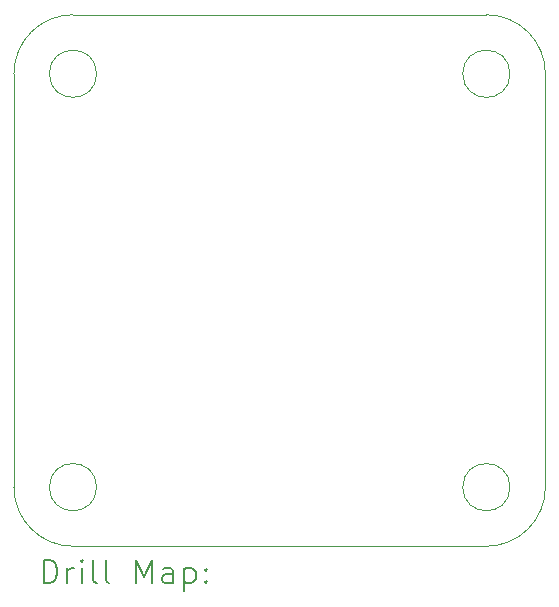
<source format=gbr>
%TF.GenerationSoftware,KiCad,Pcbnew,(6.0.10-0)*%
%TF.CreationDate,2023-01-28T23:12:18+01:00*%
%TF.ProjectId,hitpoint-proto-v1,68697470-6f69-46e7-942d-70726f746f2d,Proto V1*%
%TF.SameCoordinates,Original*%
%TF.FileFunction,Drillmap*%
%TF.FilePolarity,Positive*%
%FSLAX45Y45*%
G04 Gerber Fmt 4.5, Leading zero omitted, Abs format (unit mm)*
G04 Created by KiCad (PCBNEW (6.0.10-0)) date 2023-01-28 23:12:18*
%MOMM*%
%LPD*%
G01*
G04 APERTURE LIST*
%ADD10C,0.100000*%
%ADD11C,0.200000*%
G04 APERTURE END LIST*
D10*
X15700000Y-10500000D02*
G75*
G03*
X15700000Y-10500000I-200000J0D01*
G01*
X15700000Y-7000000D02*
G75*
G03*
X15700000Y-7000000I-200000J0D01*
G01*
X15500000Y-11000000D02*
X12000000Y-11000000D01*
X12200000Y-10500000D02*
G75*
G03*
X12200000Y-10500000I-200000J0D01*
G01*
X12200000Y-7000000D02*
G75*
G03*
X12200000Y-7000000I-200000J0D01*
G01*
X16000000Y-7000000D02*
X16000000Y-10500000D01*
X12000000Y-6500000D02*
X15500000Y-6500000D01*
X16000000Y-7000000D02*
G75*
G03*
X15500000Y-6500000I-500000J0D01*
G01*
X12000000Y-6500000D02*
G75*
G03*
X11500000Y-7000000I0J-500000D01*
G01*
X11500000Y-7000000D02*
X11500000Y-10500000D01*
X15500000Y-11000000D02*
G75*
G03*
X16000000Y-10500000I0J500000D01*
G01*
X11500000Y-10500000D02*
G75*
G03*
X12000000Y-11000000I500000J0D01*
G01*
D11*
X11752619Y-11315476D02*
X11752619Y-11115476D01*
X11800238Y-11115476D01*
X11828809Y-11125000D01*
X11847857Y-11144048D01*
X11857381Y-11163095D01*
X11866905Y-11201190D01*
X11866905Y-11229762D01*
X11857381Y-11267857D01*
X11847857Y-11286905D01*
X11828809Y-11305952D01*
X11800238Y-11315476D01*
X11752619Y-11315476D01*
X11952619Y-11315476D02*
X11952619Y-11182143D01*
X11952619Y-11220238D02*
X11962143Y-11201190D01*
X11971667Y-11191667D01*
X11990714Y-11182143D01*
X12009762Y-11182143D01*
X12076428Y-11315476D02*
X12076428Y-11182143D01*
X12076428Y-11115476D02*
X12066905Y-11125000D01*
X12076428Y-11134524D01*
X12085952Y-11125000D01*
X12076428Y-11115476D01*
X12076428Y-11134524D01*
X12200238Y-11315476D02*
X12181190Y-11305952D01*
X12171667Y-11286905D01*
X12171667Y-11115476D01*
X12305000Y-11315476D02*
X12285952Y-11305952D01*
X12276428Y-11286905D01*
X12276428Y-11115476D01*
X12533571Y-11315476D02*
X12533571Y-11115476D01*
X12600238Y-11258333D01*
X12666905Y-11115476D01*
X12666905Y-11315476D01*
X12847857Y-11315476D02*
X12847857Y-11210714D01*
X12838333Y-11191667D01*
X12819286Y-11182143D01*
X12781190Y-11182143D01*
X12762143Y-11191667D01*
X12847857Y-11305952D02*
X12828809Y-11315476D01*
X12781190Y-11315476D01*
X12762143Y-11305952D01*
X12752619Y-11286905D01*
X12752619Y-11267857D01*
X12762143Y-11248809D01*
X12781190Y-11239286D01*
X12828809Y-11239286D01*
X12847857Y-11229762D01*
X12943095Y-11182143D02*
X12943095Y-11382143D01*
X12943095Y-11191667D02*
X12962143Y-11182143D01*
X13000238Y-11182143D01*
X13019286Y-11191667D01*
X13028809Y-11201190D01*
X13038333Y-11220238D01*
X13038333Y-11277381D01*
X13028809Y-11296428D01*
X13019286Y-11305952D01*
X13000238Y-11315476D01*
X12962143Y-11315476D01*
X12943095Y-11305952D01*
X13124048Y-11296428D02*
X13133571Y-11305952D01*
X13124048Y-11315476D01*
X13114524Y-11305952D01*
X13124048Y-11296428D01*
X13124048Y-11315476D01*
X13124048Y-11191667D02*
X13133571Y-11201190D01*
X13124048Y-11210714D01*
X13114524Y-11201190D01*
X13124048Y-11191667D01*
X13124048Y-11210714D01*
M02*

</source>
